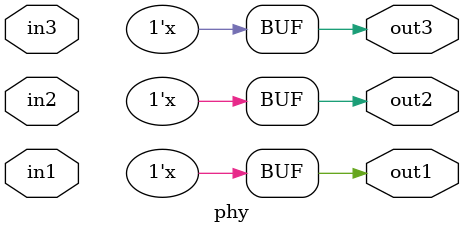
<source format=v>
module phy(
	   input
	   in1,
	   in2,
	   in3,
	   output reg
	   out1,
	   out2,
	   out3
	   );
   
   assign out1='bx;
   assign out2='bx;
   assign out3='bx;
   
endmodule // phy

</source>
